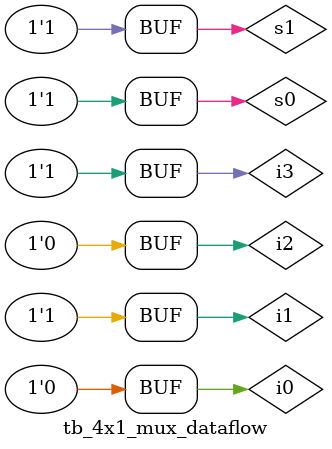
<source format=v>
module tb_4x1_mux_dataflow;
reg i0, i1, i2, i3, s0, s1;
wire y;
mux_4x1_dataflow a1(i0,i1,i2,i3,s0,s1,y);
initial
begin
i0 =1'b0; i1 = 1'b1; i2 = 1'b0; i3 = 1'b1;
s0 = 1'b0; s1 = 1'b0;
#5
s0 = 1'b0; s1 = 1'b1;
#5
s0 = 1'b1; s1 = 1'b0;
#5
s0 = 1'b1; s1 = 1'b1;
end
endmodule
</source>
